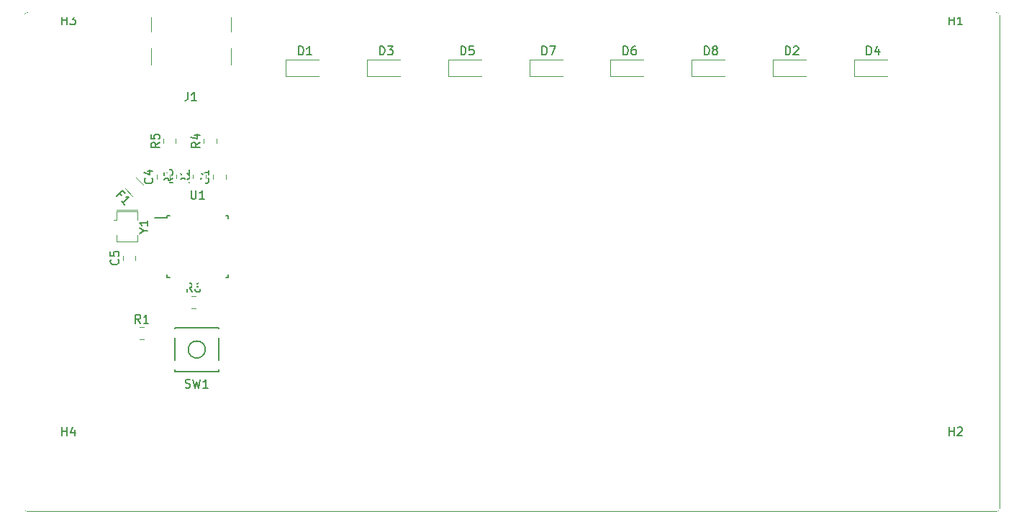
<source format=gto>
%TF.GenerationSoftware,KiCad,Pcbnew,(5.1.10-1-10_14)*%
%TF.CreationDate,2021-08-26T10:17:17+08:00*%
%TF.ProjectId,SMP v.2,534d5020-762e-4322-9e6b-696361645f70,rev?*%
%TF.SameCoordinates,Original*%
%TF.FileFunction,Legend,Top*%
%TF.FilePolarity,Positive*%
%FSLAX46Y46*%
G04 Gerber Fmt 4.6, Leading zero omitted, Abs format (unit mm)*
G04 Created by KiCad (PCBNEW (5.1.10-1-10_14)) date 2021-08-26 10:17:17*
%MOMM*%
%LPD*%
G01*
G04 APERTURE LIST*
%TA.AperFunction,Profile*%
%ADD10C,0.050000*%
%TD*%
%ADD11C,0.150000*%
%ADD12C,0.120000*%
%ADD13C,0.300000*%
%ADD14C,0.500000*%
%ADD15R,0.550000X1.600000*%
%ADD16R,1.600000X0.550000*%
%ADD17R,0.900000X1.200000*%
%ADD18C,1.750000*%
%ADD19C,3.987800*%
%ADD20C,6.400000*%
%ADD21R,1.900000X0.400000*%
%ADD22R,1.800000X1.100000*%
%ADD23O,1.000000X1.600000*%
%ADD24C,0.650000*%
%ADD25O,1.000000X2.100000*%
%ADD26R,0.300000X1.450000*%
%ADD27R,0.600000X1.450000*%
G04 APERTURE END LIST*
D10*
X156052520Y-83629500D02*
G75*
G02*
X155727400Y-83954620I-325120J0D01*
G01*
X155727400Y-25214580D02*
G75*
G02*
X156052520Y-25539700I0J-325120D01*
G01*
X41366440Y-25539700D02*
G75*
G02*
X41691560Y-25214580I325120J0D01*
G01*
X41689020Y-83957160D02*
G75*
G02*
X41363900Y-83632040I0J325120D01*
G01*
X41366440Y-25539700D02*
X41363900Y-83632040D01*
X155727400Y-25214580D02*
X41691560Y-25214580D01*
X156052520Y-83629500D02*
X156052520Y-25539700D01*
X41689020Y-83957160D02*
X155727400Y-83954620D01*
D11*
%TO.C,U1*%
X58097000Y-49355800D02*
X56672000Y-49355800D01*
X65347000Y-49130800D02*
X65022000Y-49130800D01*
X65347000Y-56380800D02*
X65022000Y-56380800D01*
X58097000Y-56380800D02*
X58422000Y-56380800D01*
X58097000Y-49130800D02*
X58422000Y-49130800D01*
X58097000Y-56380800D02*
X58097000Y-56055800D01*
X65347000Y-56380800D02*
X65347000Y-56055800D01*
X65347000Y-49130800D02*
X65347000Y-49455800D01*
X58097000Y-49130800D02*
X58097000Y-49355800D01*
D12*
%TO.C,D8*%
X119838350Y-30732220D02*
X119838350Y-32732220D01*
X119838350Y-32732220D02*
X123738350Y-32732220D01*
X119838350Y-30732220D02*
X123738350Y-30732220D01*
%TO.C,D7*%
X100742346Y-30732220D02*
X100742346Y-32732220D01*
X100742346Y-32732220D02*
X104642346Y-32732220D01*
X100742346Y-30732220D02*
X104642346Y-30732220D01*
%TO.C,D6*%
X110290348Y-30732220D02*
X110290348Y-32732220D01*
X110290348Y-32732220D02*
X114190348Y-32732220D01*
X110290348Y-30732220D02*
X114190348Y-30732220D01*
%TO.C,D5*%
X91194344Y-30732220D02*
X91194344Y-32732220D01*
X91194344Y-32732220D02*
X95094344Y-32732220D01*
X91194344Y-30732220D02*
X95094344Y-30732220D01*
%TO.C,D4*%
X138934360Y-30732220D02*
X138934360Y-32732220D01*
X138934360Y-32732220D02*
X142834360Y-32732220D01*
X138934360Y-30732220D02*
X142834360Y-30732220D01*
%TO.C,D3*%
X81646342Y-30732220D02*
X81646342Y-32732220D01*
X81646342Y-32732220D02*
X85546342Y-32732220D01*
X81646342Y-30732220D02*
X85546342Y-30732220D01*
%TO.C,D2*%
X129386352Y-30732220D02*
X129386352Y-32732220D01*
X129386352Y-32732220D02*
X133286352Y-32732220D01*
X129386352Y-30732220D02*
X133286352Y-30732220D01*
%TO.C,D1*%
X72098340Y-30732220D02*
X72098340Y-32732220D01*
X72098340Y-32732220D02*
X75998340Y-32732220D01*
X72098340Y-30732220D02*
X75998340Y-30732220D01*
%TO.C,Y1*%
X52216200Y-52219000D02*
X52216200Y-51419000D01*
X54616200Y-52219000D02*
X52616200Y-52219000D01*
X54616200Y-51419000D02*
X54616200Y-52219000D01*
X54616200Y-48619000D02*
X54616200Y-49619000D01*
X52616200Y-48619000D02*
X54616200Y-48619000D01*
X52216200Y-49619000D02*
X52216200Y-48619000D01*
X52216200Y-49619000D02*
X51816200Y-49619000D01*
X54616200Y-48419000D02*
X52616200Y-48419000D01*
X52616200Y-52219000D02*
X52216200Y-52219000D01*
X52616200Y-48619000D02*
X52216200Y-48619000D01*
X52616200Y-48419000D02*
X52216200Y-48419000D01*
D11*
%TO.C,SW1*%
X59020400Y-62297000D02*
X64220400Y-62297000D01*
X64220400Y-62297000D02*
X64220400Y-67497000D01*
X64220400Y-67497000D02*
X59020400Y-67497000D01*
X59020400Y-67497000D02*
X59020400Y-62297000D01*
X62620400Y-64897000D02*
G75*
G03*
X62620400Y-64897000I-1000000J0D01*
G01*
D12*
%TO.C,R6*%
X61014236Y-58574000D02*
X61468364Y-58574000D01*
X61014236Y-60044000D02*
X61468364Y-60044000D01*
%TO.C,R5*%
X57687540Y-40551464D02*
X57687540Y-40097336D01*
X59157540Y-40551464D02*
X59157540Y-40097336D01*
%TO.C,R4*%
X62444960Y-40551464D02*
X62444960Y-40097336D01*
X63914960Y-40551464D02*
X63914960Y-40097336D01*
%TO.C,R3*%
X59234400Y-44751364D02*
X59234400Y-44297236D01*
X60704400Y-44751364D02*
X60704400Y-44297236D01*
%TO.C,R2*%
X61190200Y-44751364D02*
X61190200Y-44297236D01*
X62660200Y-44751364D02*
X62660200Y-44297236D01*
%TO.C,R1*%
X54925856Y-62259540D02*
X55379984Y-62259540D01*
X54925856Y-63729540D02*
X55379984Y-63729540D01*
%TO.C,J1*%
X65612400Y-25589400D02*
X56212400Y-25589400D01*
X56212400Y-31389400D02*
X56212400Y-29389400D01*
X56212400Y-27489400D02*
X56212400Y-25589400D01*
X65612400Y-31389400D02*
X65612400Y-29389400D01*
X65612400Y-27489400D02*
X65612400Y-25589400D01*
%TO.C,F1*%
X54042387Y-46802542D02*
X53190940Y-45951095D01*
X55329322Y-45515607D02*
X54477875Y-44664160D01*
%TO.C,C5*%
X52940280Y-54386072D02*
X52940280Y-53863568D01*
X54410280Y-54386072D02*
X54410280Y-53863568D01*
%TO.C,C4*%
X56948400Y-44802652D02*
X56948400Y-44280148D01*
X58418400Y-44802652D02*
X58418400Y-44280148D01*
%TO.C,C1*%
X63552400Y-44802652D02*
X63552400Y-44280148D01*
X65022400Y-44802652D02*
X65022400Y-44280148D01*
%TD*%
%TO.C,U1*%
D11*
X60960095Y-46158180D02*
X60960095Y-46967704D01*
X61007714Y-47062942D01*
X61055333Y-47110561D01*
X61150571Y-47158180D01*
X61341047Y-47158180D01*
X61436285Y-47110561D01*
X61483904Y-47062942D01*
X61531523Y-46967704D01*
X61531523Y-46158180D01*
X62531523Y-47158180D02*
X61960095Y-47158180D01*
X62245809Y-47158180D02*
X62245809Y-46158180D01*
X62150571Y-46301038D01*
X62055333Y-46396276D01*
X61960095Y-46443895D01*
%TO.C,D8*%
X121350254Y-30184600D02*
X121350254Y-29184600D01*
X121588350Y-29184600D01*
X121731207Y-29232220D01*
X121826445Y-29327458D01*
X121874064Y-29422696D01*
X121921683Y-29613172D01*
X121921683Y-29756029D01*
X121874064Y-29946505D01*
X121826445Y-30041743D01*
X121731207Y-30136981D01*
X121588350Y-30184600D01*
X121350254Y-30184600D01*
X122493111Y-29613172D02*
X122397873Y-29565553D01*
X122350254Y-29517934D01*
X122302635Y-29422696D01*
X122302635Y-29375077D01*
X122350254Y-29279839D01*
X122397873Y-29232220D01*
X122493111Y-29184600D01*
X122683588Y-29184600D01*
X122778826Y-29232220D01*
X122826445Y-29279839D01*
X122874064Y-29375077D01*
X122874064Y-29422696D01*
X122826445Y-29517934D01*
X122778826Y-29565553D01*
X122683588Y-29613172D01*
X122493111Y-29613172D01*
X122397873Y-29660791D01*
X122350254Y-29708410D01*
X122302635Y-29803648D01*
X122302635Y-29994124D01*
X122350254Y-30089362D01*
X122397873Y-30136981D01*
X122493111Y-30184600D01*
X122683588Y-30184600D01*
X122778826Y-30136981D01*
X122826445Y-30089362D01*
X122874064Y-29994124D01*
X122874064Y-29803648D01*
X122826445Y-29708410D01*
X122778826Y-29660791D01*
X122683588Y-29613172D01*
%TO.C,D7*%
X102254250Y-30184600D02*
X102254250Y-29184600D01*
X102492346Y-29184600D01*
X102635203Y-29232220D01*
X102730441Y-29327458D01*
X102778060Y-29422696D01*
X102825679Y-29613172D01*
X102825679Y-29756029D01*
X102778060Y-29946505D01*
X102730441Y-30041743D01*
X102635203Y-30136981D01*
X102492346Y-30184600D01*
X102254250Y-30184600D01*
X103159012Y-29184600D02*
X103825679Y-29184600D01*
X103397107Y-30184600D01*
%TO.C,D6*%
X111802252Y-30184600D02*
X111802252Y-29184600D01*
X112040348Y-29184600D01*
X112183205Y-29232220D01*
X112278443Y-29327458D01*
X112326062Y-29422696D01*
X112373681Y-29613172D01*
X112373681Y-29756029D01*
X112326062Y-29946505D01*
X112278443Y-30041743D01*
X112183205Y-30136981D01*
X112040348Y-30184600D01*
X111802252Y-30184600D01*
X113230824Y-29184600D02*
X113040348Y-29184600D01*
X112945109Y-29232220D01*
X112897490Y-29279839D01*
X112802252Y-29422696D01*
X112754633Y-29613172D01*
X112754633Y-29994124D01*
X112802252Y-30089362D01*
X112849871Y-30136981D01*
X112945109Y-30184600D01*
X113135586Y-30184600D01*
X113230824Y-30136981D01*
X113278443Y-30089362D01*
X113326062Y-29994124D01*
X113326062Y-29756029D01*
X113278443Y-29660791D01*
X113230824Y-29613172D01*
X113135586Y-29565553D01*
X112945109Y-29565553D01*
X112849871Y-29613172D01*
X112802252Y-29660791D01*
X112754633Y-29756029D01*
%TO.C,D5*%
X92706248Y-30184600D02*
X92706248Y-29184600D01*
X92944344Y-29184600D01*
X93087201Y-29232220D01*
X93182439Y-29327458D01*
X93230058Y-29422696D01*
X93277677Y-29613172D01*
X93277677Y-29756029D01*
X93230058Y-29946505D01*
X93182439Y-30041743D01*
X93087201Y-30136981D01*
X92944344Y-30184600D01*
X92706248Y-30184600D01*
X94182439Y-29184600D02*
X93706248Y-29184600D01*
X93658629Y-29660791D01*
X93706248Y-29613172D01*
X93801486Y-29565553D01*
X94039582Y-29565553D01*
X94134820Y-29613172D01*
X94182439Y-29660791D01*
X94230058Y-29756029D01*
X94230058Y-29994124D01*
X94182439Y-30089362D01*
X94134820Y-30136981D01*
X94039582Y-30184600D01*
X93801486Y-30184600D01*
X93706248Y-30136981D01*
X93658629Y-30089362D01*
%TO.C,D4*%
X140446264Y-30184600D02*
X140446264Y-29184600D01*
X140684360Y-29184600D01*
X140827217Y-29232220D01*
X140922455Y-29327458D01*
X140970074Y-29422696D01*
X141017693Y-29613172D01*
X141017693Y-29756029D01*
X140970074Y-29946505D01*
X140922455Y-30041743D01*
X140827217Y-30136981D01*
X140684360Y-30184600D01*
X140446264Y-30184600D01*
X141874836Y-29517934D02*
X141874836Y-30184600D01*
X141636740Y-29136981D02*
X141398645Y-29851267D01*
X142017693Y-29851267D01*
%TO.C,D3*%
X83158246Y-30184600D02*
X83158246Y-29184600D01*
X83396342Y-29184600D01*
X83539199Y-29232220D01*
X83634437Y-29327458D01*
X83682056Y-29422696D01*
X83729675Y-29613172D01*
X83729675Y-29756029D01*
X83682056Y-29946505D01*
X83634437Y-30041743D01*
X83539199Y-30136981D01*
X83396342Y-30184600D01*
X83158246Y-30184600D01*
X84063008Y-29184600D02*
X84682056Y-29184600D01*
X84348722Y-29565553D01*
X84491580Y-29565553D01*
X84586818Y-29613172D01*
X84634437Y-29660791D01*
X84682056Y-29756029D01*
X84682056Y-29994124D01*
X84634437Y-30089362D01*
X84586818Y-30136981D01*
X84491580Y-30184600D01*
X84205865Y-30184600D01*
X84110627Y-30136981D01*
X84063008Y-30089362D01*
%TO.C,D2*%
X130898256Y-30184600D02*
X130898256Y-29184600D01*
X131136352Y-29184600D01*
X131279209Y-29232220D01*
X131374447Y-29327458D01*
X131422066Y-29422696D01*
X131469685Y-29613172D01*
X131469685Y-29756029D01*
X131422066Y-29946505D01*
X131374447Y-30041743D01*
X131279209Y-30136981D01*
X131136352Y-30184600D01*
X130898256Y-30184600D01*
X131850637Y-29279839D02*
X131898256Y-29232220D01*
X131993494Y-29184600D01*
X132231590Y-29184600D01*
X132326828Y-29232220D01*
X132374447Y-29279839D01*
X132422066Y-29375077D01*
X132422066Y-29470315D01*
X132374447Y-29613172D01*
X131803018Y-30184600D01*
X132422066Y-30184600D01*
%TO.C,D1*%
X73610244Y-30184600D02*
X73610244Y-29184600D01*
X73848340Y-29184600D01*
X73991197Y-29232220D01*
X74086435Y-29327458D01*
X74134054Y-29422696D01*
X74181673Y-29613172D01*
X74181673Y-29756029D01*
X74134054Y-29946505D01*
X74086435Y-30041743D01*
X73991197Y-30136981D01*
X73848340Y-30184600D01*
X73610244Y-30184600D01*
X75134054Y-30184600D02*
X74562625Y-30184600D01*
X74848340Y-30184600D02*
X74848340Y-29184600D01*
X74753101Y-29327458D01*
X74657863Y-29422696D01*
X74562625Y-29470315D01*
%TO.C,H4*%
X45766895Y-75043180D02*
X45766895Y-74043180D01*
X45766895Y-74519371D02*
X46338323Y-74519371D01*
X46338323Y-75043180D02*
X46338323Y-74043180D01*
X47243085Y-74376514D02*
X47243085Y-75043180D01*
X47004990Y-73995561D02*
X46766895Y-74709847D01*
X47385942Y-74709847D01*
%TO.C,H3*%
X45766895Y-26630780D02*
X45766895Y-25630780D01*
X45766895Y-26106971D02*
X46338323Y-26106971D01*
X46338323Y-26630780D02*
X46338323Y-25630780D01*
X46719276Y-25630780D02*
X47338323Y-25630780D01*
X47004990Y-26011733D01*
X47147847Y-26011733D01*
X47243085Y-26059352D01*
X47290704Y-26106971D01*
X47338323Y-26202209D01*
X47338323Y-26440304D01*
X47290704Y-26535542D01*
X47243085Y-26583161D01*
X47147847Y-26630780D01*
X46862133Y-26630780D01*
X46766895Y-26583161D01*
X46719276Y-26535542D01*
%TO.C,H2*%
X150139495Y-75043180D02*
X150139495Y-74043180D01*
X150139495Y-74519371D02*
X150710923Y-74519371D01*
X150710923Y-75043180D02*
X150710923Y-74043180D01*
X151139495Y-74138419D02*
X151187114Y-74090800D01*
X151282352Y-74043180D01*
X151520447Y-74043180D01*
X151615685Y-74090800D01*
X151663304Y-74138419D01*
X151710923Y-74233657D01*
X151710923Y-74328895D01*
X151663304Y-74471752D01*
X151091876Y-75043180D01*
X151710923Y-75043180D01*
%TO.C,H1*%
X150139495Y-26630780D02*
X150139495Y-25630780D01*
X150139495Y-26106971D02*
X150710923Y-26106971D01*
X150710923Y-26630780D02*
X150710923Y-25630780D01*
X151710923Y-26630780D02*
X151139495Y-26630780D01*
X151425209Y-26630780D02*
X151425209Y-25630780D01*
X151329971Y-25773638D01*
X151234733Y-25868876D01*
X151139495Y-25916495D01*
%TO.C,Y1*%
X55392390Y-50895190D02*
X55868580Y-50895190D01*
X54868580Y-51228523D02*
X55392390Y-50895190D01*
X54868580Y-50561857D01*
X55868580Y-49704714D02*
X55868580Y-50276142D01*
X55868580Y-49990428D02*
X54868580Y-49990428D01*
X55011438Y-50085666D01*
X55106676Y-50180904D01*
X55154295Y-50276142D01*
%TO.C,SW1*%
X60287066Y-69365761D02*
X60429923Y-69413380D01*
X60668019Y-69413380D01*
X60763257Y-69365761D01*
X60810876Y-69318142D01*
X60858495Y-69222904D01*
X60858495Y-69127666D01*
X60810876Y-69032428D01*
X60763257Y-68984809D01*
X60668019Y-68937190D01*
X60477542Y-68889571D01*
X60382304Y-68841952D01*
X60334685Y-68794333D01*
X60287066Y-68699095D01*
X60287066Y-68603857D01*
X60334685Y-68508619D01*
X60382304Y-68461000D01*
X60477542Y-68413380D01*
X60715638Y-68413380D01*
X60858495Y-68461000D01*
X61191828Y-68413380D02*
X61429923Y-69413380D01*
X61620400Y-68699095D01*
X61810876Y-69413380D01*
X62048971Y-68413380D01*
X62953733Y-69413380D02*
X62382304Y-69413380D01*
X62668019Y-69413380D02*
X62668019Y-68413380D01*
X62572780Y-68556238D01*
X62477542Y-68651476D01*
X62382304Y-68699095D01*
%TO.C,R6*%
X61074633Y-58111380D02*
X60741300Y-57635190D01*
X60503204Y-58111380D02*
X60503204Y-57111380D01*
X60884157Y-57111380D01*
X60979395Y-57159000D01*
X61027014Y-57206619D01*
X61074633Y-57301857D01*
X61074633Y-57444714D01*
X61027014Y-57539952D01*
X60979395Y-57587571D01*
X60884157Y-57635190D01*
X60503204Y-57635190D01*
X61931776Y-57111380D02*
X61741300Y-57111380D01*
X61646061Y-57159000D01*
X61598442Y-57206619D01*
X61503204Y-57349476D01*
X61455585Y-57539952D01*
X61455585Y-57920904D01*
X61503204Y-58016142D01*
X61550823Y-58063761D01*
X61646061Y-58111380D01*
X61836538Y-58111380D01*
X61931776Y-58063761D01*
X61979395Y-58016142D01*
X62027014Y-57920904D01*
X62027014Y-57682809D01*
X61979395Y-57587571D01*
X61931776Y-57539952D01*
X61836538Y-57492333D01*
X61646061Y-57492333D01*
X61550823Y-57539952D01*
X61503204Y-57587571D01*
X61455585Y-57682809D01*
%TO.C,R5*%
X57224920Y-40491066D02*
X56748730Y-40824400D01*
X57224920Y-41062495D02*
X56224920Y-41062495D01*
X56224920Y-40681542D01*
X56272540Y-40586304D01*
X56320159Y-40538685D01*
X56415397Y-40491066D01*
X56558254Y-40491066D01*
X56653492Y-40538685D01*
X56701111Y-40586304D01*
X56748730Y-40681542D01*
X56748730Y-41062495D01*
X56224920Y-39586304D02*
X56224920Y-40062495D01*
X56701111Y-40110114D01*
X56653492Y-40062495D01*
X56605873Y-39967257D01*
X56605873Y-39729161D01*
X56653492Y-39633923D01*
X56701111Y-39586304D01*
X56796349Y-39538685D01*
X57034444Y-39538685D01*
X57129682Y-39586304D01*
X57177301Y-39633923D01*
X57224920Y-39729161D01*
X57224920Y-39967257D01*
X57177301Y-40062495D01*
X57129682Y-40110114D01*
%TO.C,R4*%
X61982340Y-40491066D02*
X61506150Y-40824400D01*
X61982340Y-41062495D02*
X60982340Y-41062495D01*
X60982340Y-40681542D01*
X61029960Y-40586304D01*
X61077579Y-40538685D01*
X61172817Y-40491066D01*
X61315674Y-40491066D01*
X61410912Y-40538685D01*
X61458531Y-40586304D01*
X61506150Y-40681542D01*
X61506150Y-41062495D01*
X61315674Y-39633923D02*
X61982340Y-39633923D01*
X60934721Y-39872019D02*
X61649007Y-40110114D01*
X61649007Y-39491066D01*
%TO.C,R3*%
X58771780Y-44690966D02*
X58295590Y-45024300D01*
X58771780Y-45262395D02*
X57771780Y-45262395D01*
X57771780Y-44881442D01*
X57819400Y-44786204D01*
X57867019Y-44738585D01*
X57962257Y-44690966D01*
X58105114Y-44690966D01*
X58200352Y-44738585D01*
X58247971Y-44786204D01*
X58295590Y-44881442D01*
X58295590Y-45262395D01*
X57771780Y-44357633D02*
X57771780Y-43738585D01*
X58152733Y-44071919D01*
X58152733Y-43929061D01*
X58200352Y-43833823D01*
X58247971Y-43786204D01*
X58343209Y-43738585D01*
X58581304Y-43738585D01*
X58676542Y-43786204D01*
X58724161Y-43833823D01*
X58771780Y-43929061D01*
X58771780Y-44214776D01*
X58724161Y-44310014D01*
X58676542Y-44357633D01*
%TO.C,R2*%
X60727580Y-44690966D02*
X60251390Y-45024300D01*
X60727580Y-45262395D02*
X59727580Y-45262395D01*
X59727580Y-44881442D01*
X59775200Y-44786204D01*
X59822819Y-44738585D01*
X59918057Y-44690966D01*
X60060914Y-44690966D01*
X60156152Y-44738585D01*
X60203771Y-44786204D01*
X60251390Y-44881442D01*
X60251390Y-45262395D01*
X59822819Y-44310014D02*
X59775200Y-44262395D01*
X59727580Y-44167157D01*
X59727580Y-43929061D01*
X59775200Y-43833823D01*
X59822819Y-43786204D01*
X59918057Y-43738585D01*
X60013295Y-43738585D01*
X60156152Y-43786204D01*
X60727580Y-44357633D01*
X60727580Y-43738585D01*
%TO.C,R1*%
X54986253Y-61796920D02*
X54652920Y-61320730D01*
X54414824Y-61796920D02*
X54414824Y-60796920D01*
X54795777Y-60796920D01*
X54891015Y-60844540D01*
X54938634Y-60892159D01*
X54986253Y-60987397D01*
X54986253Y-61130254D01*
X54938634Y-61225492D01*
X54891015Y-61273111D01*
X54795777Y-61320730D01*
X54414824Y-61320730D01*
X55938634Y-61796920D02*
X55367205Y-61796920D01*
X55652920Y-61796920D02*
X55652920Y-60796920D01*
X55557681Y-60939778D01*
X55462443Y-61035016D01*
X55367205Y-61082635D01*
%TO.C,J1*%
X60579066Y-34586780D02*
X60579066Y-35301066D01*
X60531447Y-35443923D01*
X60436209Y-35539161D01*
X60293352Y-35586780D01*
X60198114Y-35586780D01*
X61579066Y-35586780D02*
X61007638Y-35586780D01*
X61293352Y-35586780D02*
X61293352Y-34586780D01*
X61198114Y-34729638D01*
X61102876Y-34824876D01*
X61007638Y-34872495D01*
%TO.C,F1*%
X52788002Y-46734075D02*
X52552300Y-46498372D01*
X52181910Y-46868762D02*
X52889017Y-46161655D01*
X53225735Y-46498372D01*
X53158391Y-47845242D02*
X52754330Y-47441181D01*
X52956361Y-47643212D02*
X53663467Y-46936105D01*
X53495109Y-46969777D01*
X53360422Y-46969777D01*
X53259406Y-46936105D01*
%TO.C,C5*%
X52352422Y-54291486D02*
X52400041Y-54339105D01*
X52447660Y-54481962D01*
X52447660Y-54577200D01*
X52400041Y-54720058D01*
X52304803Y-54815296D01*
X52209565Y-54862915D01*
X52019089Y-54910534D01*
X51876232Y-54910534D01*
X51685756Y-54862915D01*
X51590518Y-54815296D01*
X51495280Y-54720058D01*
X51447660Y-54577200D01*
X51447660Y-54481962D01*
X51495280Y-54339105D01*
X51542899Y-54291486D01*
X51447660Y-53386724D02*
X51447660Y-53862915D01*
X51923851Y-53910534D01*
X51876232Y-53862915D01*
X51828613Y-53767677D01*
X51828613Y-53529581D01*
X51876232Y-53434343D01*
X51923851Y-53386724D01*
X52019089Y-53339105D01*
X52257184Y-53339105D01*
X52352422Y-53386724D01*
X52400041Y-53434343D01*
X52447660Y-53529581D01*
X52447660Y-53767677D01*
X52400041Y-53862915D01*
X52352422Y-53910534D01*
%TO.C,C4*%
X56360542Y-44708066D02*
X56408161Y-44755685D01*
X56455780Y-44898542D01*
X56455780Y-44993780D01*
X56408161Y-45136638D01*
X56312923Y-45231876D01*
X56217685Y-45279495D01*
X56027209Y-45327114D01*
X55884352Y-45327114D01*
X55693876Y-45279495D01*
X55598638Y-45231876D01*
X55503400Y-45136638D01*
X55455780Y-44993780D01*
X55455780Y-44898542D01*
X55503400Y-44755685D01*
X55551019Y-44708066D01*
X55789114Y-43850923D02*
X56455780Y-43850923D01*
X55408161Y-44089019D02*
X56122447Y-44327114D01*
X56122447Y-43708066D01*
%TO.C,C1*%
X62964542Y-44708066D02*
X63012161Y-44755685D01*
X63059780Y-44898542D01*
X63059780Y-44993780D01*
X63012161Y-45136638D01*
X62916923Y-45231876D01*
X62821685Y-45279495D01*
X62631209Y-45327114D01*
X62488352Y-45327114D01*
X62297876Y-45279495D01*
X62202638Y-45231876D01*
X62107400Y-45136638D01*
X62059780Y-44993780D01*
X62059780Y-44898542D01*
X62107400Y-44755685D01*
X62155019Y-44708066D01*
X63059780Y-43755685D02*
X63059780Y-44327114D01*
X63059780Y-44041400D02*
X62059780Y-44041400D01*
X62202638Y-44136638D01*
X62297876Y-44231876D01*
X62345495Y-44327114D01*
%TD*%
%LPC*%
D13*
X52008151Y-74828482D02*
X52222437Y-74899911D01*
X52579580Y-74899911D01*
X52722437Y-74828482D01*
X52793865Y-74757054D01*
X52865294Y-74614197D01*
X52865294Y-74471340D01*
X52793865Y-74328482D01*
X52722437Y-74257054D01*
X52579580Y-74185625D01*
X52293865Y-74114197D01*
X52151008Y-74042768D01*
X52079580Y-73971340D01*
X52008151Y-73828482D01*
X52008151Y-73685625D01*
X52079580Y-73542768D01*
X52151008Y-73471340D01*
X52293865Y-73399911D01*
X52651008Y-73399911D01*
X52865294Y-73471340D01*
X53508151Y-74899911D02*
X53508151Y-73399911D01*
X54008151Y-74471340D01*
X54508151Y-73399911D01*
X54508151Y-74899911D01*
X55222437Y-74899911D02*
X55222437Y-73399911D01*
X55793865Y-73399911D01*
X55936722Y-73471340D01*
X56008151Y-73542768D01*
X56079580Y-73685625D01*
X56079580Y-73899911D01*
X56008151Y-74042768D01*
X55936722Y-74114197D01*
X55793865Y-74185625D01*
X55222437Y-74185625D01*
X57651008Y-73399911D02*
X58151008Y-74899911D01*
X58651008Y-73399911D01*
X59151008Y-74757054D02*
X59222437Y-74828482D01*
X59151008Y-74899911D01*
X59079580Y-74828482D01*
X59151008Y-74757054D01*
X59151008Y-74899911D01*
X59793865Y-73542768D02*
X59865294Y-73471340D01*
X60008151Y-73399911D01*
X60365294Y-73399911D01*
X60508151Y-73471340D01*
X60579580Y-73542768D01*
X60651008Y-73685625D01*
X60651008Y-73828482D01*
X60579580Y-74042768D01*
X59722437Y-74899911D01*
X60651008Y-74899911D01*
D14*
X155778200Y-83677760D02*
X155778200Y-25488900D01*
X41641840Y-25488900D02*
X155778200Y-25488900D01*
X41640760Y-83677760D02*
X155778200Y-83677760D01*
X41640760Y-83677760D02*
X41641840Y-25488900D01*
D15*
%TO.C,U1*%
X58922000Y-48505800D03*
X59722000Y-48505800D03*
X60522000Y-48505800D03*
X61322000Y-48505800D03*
X62122000Y-48505800D03*
X62922000Y-48505800D03*
X63722000Y-48505800D03*
X64522000Y-48505800D03*
D16*
X65972000Y-49955800D03*
X65972000Y-50755800D03*
X65972000Y-51555800D03*
X65972000Y-52355800D03*
X65972000Y-53155800D03*
X65972000Y-53955800D03*
X65972000Y-54755800D03*
X65972000Y-55555800D03*
D15*
X64522000Y-57005800D03*
X63722000Y-57005800D03*
X62922000Y-57005800D03*
X62122000Y-57005800D03*
X61322000Y-57005800D03*
X60522000Y-57005800D03*
X59722000Y-57005800D03*
X58922000Y-57005800D03*
D16*
X57472000Y-55555800D03*
X57472000Y-54755800D03*
X57472000Y-53955800D03*
X57472000Y-53155800D03*
X57472000Y-52355800D03*
X57472000Y-51555800D03*
X57472000Y-50755800D03*
X57472000Y-49955800D03*
%TD*%
D17*
%TO.C,D8*%
X123738350Y-31732220D03*
X120438350Y-31732220D03*
%TD*%
%TO.C,D7*%
X104642346Y-31732220D03*
X101342346Y-31732220D03*
%TD*%
%TO.C,D6*%
X114190348Y-31732220D03*
X110890348Y-31732220D03*
%TD*%
%TO.C,D5*%
X95094344Y-31732220D03*
X91794344Y-31732220D03*
%TD*%
%TO.C,D4*%
X142834360Y-31732220D03*
X139534360Y-31732220D03*
%TD*%
%TO.C,D3*%
X85546342Y-31732220D03*
X82246342Y-31732220D03*
%TD*%
%TO.C,D2*%
X133286352Y-31732220D03*
X129986352Y-31732220D03*
%TD*%
%TO.C,D1*%
X75998340Y-31732220D03*
X72698340Y-31732220D03*
%TD*%
D18*
%TO.C,MX8*%
X141265900Y-64136300D03*
X131105900Y-64136300D03*
D19*
X136185900Y-64136300D03*
%TD*%
D20*
%TO.C,H4*%
X46528800Y-78790800D03*
%TD*%
%TO.C,H3*%
X46528800Y-30378400D03*
%TD*%
%TO.C,H2*%
X150901400Y-78790800D03*
%TD*%
%TO.C,H1*%
X150901400Y-30378400D03*
%TD*%
D21*
%TO.C,Y1*%
X53416200Y-51619000D03*
X53416200Y-50419000D03*
X53416200Y-49219000D03*
%TD*%
D22*
%TO.C,SW1*%
X64720400Y-66747000D03*
X58520400Y-63047000D03*
X64720400Y-63047000D03*
X58520400Y-66747000D03*
%TD*%
%TO.C,R6*%
G36*
G01*
X61641300Y-59759001D02*
X61641300Y-58858999D01*
G75*
G02*
X61891299Y-58609000I249999J0D01*
G01*
X62416301Y-58609000D01*
G75*
G02*
X62666300Y-58858999I0J-249999D01*
G01*
X62666300Y-59759001D01*
G75*
G02*
X62416301Y-60009000I-249999J0D01*
G01*
X61891299Y-60009000D01*
G75*
G02*
X61641300Y-59759001I0J249999D01*
G01*
G37*
G36*
G01*
X59816300Y-59759001D02*
X59816300Y-58858999D01*
G75*
G02*
X60066299Y-58609000I249999J0D01*
G01*
X60591301Y-58609000D01*
G75*
G02*
X60841300Y-58858999I0J-249999D01*
G01*
X60841300Y-59759001D01*
G75*
G02*
X60591301Y-60009000I-249999J0D01*
G01*
X60066299Y-60009000D01*
G75*
G02*
X59816300Y-59759001I0J249999D01*
G01*
G37*
%TD*%
%TO.C,R5*%
G36*
G01*
X58872541Y-39924400D02*
X57972539Y-39924400D01*
G75*
G02*
X57722540Y-39674401I0J249999D01*
G01*
X57722540Y-39149399D01*
G75*
G02*
X57972539Y-38899400I249999J0D01*
G01*
X58872541Y-38899400D01*
G75*
G02*
X59122540Y-39149399I0J-249999D01*
G01*
X59122540Y-39674401D01*
G75*
G02*
X58872541Y-39924400I-249999J0D01*
G01*
G37*
G36*
G01*
X58872541Y-41749400D02*
X57972539Y-41749400D01*
G75*
G02*
X57722540Y-41499401I0J249999D01*
G01*
X57722540Y-40974399D01*
G75*
G02*
X57972539Y-40724400I249999J0D01*
G01*
X58872541Y-40724400D01*
G75*
G02*
X59122540Y-40974399I0J-249999D01*
G01*
X59122540Y-41499401D01*
G75*
G02*
X58872541Y-41749400I-249999J0D01*
G01*
G37*
%TD*%
%TO.C,R4*%
G36*
G01*
X63629961Y-39924400D02*
X62729959Y-39924400D01*
G75*
G02*
X62479960Y-39674401I0J249999D01*
G01*
X62479960Y-39149399D01*
G75*
G02*
X62729959Y-38899400I249999J0D01*
G01*
X63629961Y-38899400D01*
G75*
G02*
X63879960Y-39149399I0J-249999D01*
G01*
X63879960Y-39674401D01*
G75*
G02*
X63629961Y-39924400I-249999J0D01*
G01*
G37*
G36*
G01*
X63629961Y-41749400D02*
X62729959Y-41749400D01*
G75*
G02*
X62479960Y-41499401I0J249999D01*
G01*
X62479960Y-40974399D01*
G75*
G02*
X62729959Y-40724400I249999J0D01*
G01*
X63629961Y-40724400D01*
G75*
G02*
X63879960Y-40974399I0J-249999D01*
G01*
X63879960Y-41499401D01*
G75*
G02*
X63629961Y-41749400I-249999J0D01*
G01*
G37*
%TD*%
%TO.C,R3*%
G36*
G01*
X60419401Y-44124300D02*
X59519399Y-44124300D01*
G75*
G02*
X59269400Y-43874301I0J249999D01*
G01*
X59269400Y-43349299D01*
G75*
G02*
X59519399Y-43099300I249999J0D01*
G01*
X60419401Y-43099300D01*
G75*
G02*
X60669400Y-43349299I0J-249999D01*
G01*
X60669400Y-43874301D01*
G75*
G02*
X60419401Y-44124300I-249999J0D01*
G01*
G37*
G36*
G01*
X60419401Y-45949300D02*
X59519399Y-45949300D01*
G75*
G02*
X59269400Y-45699301I0J249999D01*
G01*
X59269400Y-45174299D01*
G75*
G02*
X59519399Y-44924300I249999J0D01*
G01*
X60419401Y-44924300D01*
G75*
G02*
X60669400Y-45174299I0J-249999D01*
G01*
X60669400Y-45699301D01*
G75*
G02*
X60419401Y-45949300I-249999J0D01*
G01*
G37*
%TD*%
%TO.C,R2*%
G36*
G01*
X62375201Y-44124300D02*
X61475199Y-44124300D01*
G75*
G02*
X61225200Y-43874301I0J249999D01*
G01*
X61225200Y-43349299D01*
G75*
G02*
X61475199Y-43099300I249999J0D01*
G01*
X62375201Y-43099300D01*
G75*
G02*
X62625200Y-43349299I0J-249999D01*
G01*
X62625200Y-43874301D01*
G75*
G02*
X62375201Y-44124300I-249999J0D01*
G01*
G37*
G36*
G01*
X62375201Y-45949300D02*
X61475199Y-45949300D01*
G75*
G02*
X61225200Y-45699301I0J249999D01*
G01*
X61225200Y-45174299D01*
G75*
G02*
X61475199Y-44924300I249999J0D01*
G01*
X62375201Y-44924300D01*
G75*
G02*
X62625200Y-45174299I0J-249999D01*
G01*
X62625200Y-45699301D01*
G75*
G02*
X62375201Y-45949300I-249999J0D01*
G01*
G37*
%TD*%
%TO.C,R1*%
G36*
G01*
X55552920Y-63444541D02*
X55552920Y-62544539D01*
G75*
G02*
X55802919Y-62294540I249999J0D01*
G01*
X56327921Y-62294540D01*
G75*
G02*
X56577920Y-62544539I0J-249999D01*
G01*
X56577920Y-63444541D01*
G75*
G02*
X56327921Y-63694540I-249999J0D01*
G01*
X55802919Y-63694540D01*
G75*
G02*
X55552920Y-63444541I0J249999D01*
G01*
G37*
G36*
G01*
X53727920Y-63444541D02*
X53727920Y-62544539D01*
G75*
G02*
X53977919Y-62294540I249999J0D01*
G01*
X54502921Y-62294540D01*
G75*
G02*
X54752920Y-62544539I0J-249999D01*
G01*
X54752920Y-63444541D01*
G75*
G02*
X54502921Y-63694540I-249999J0D01*
G01*
X53977919Y-63694540D01*
G75*
G02*
X53727920Y-63444541I0J249999D01*
G01*
G37*
%TD*%
D23*
%TO.C,J1*%
X56592400Y-28439400D03*
D24*
X58022400Y-32089400D03*
D23*
X65232400Y-28439400D03*
D24*
X63802400Y-32089400D03*
D25*
X65232400Y-32619400D03*
X56592400Y-32619400D03*
D26*
X61162400Y-33534400D03*
X59162400Y-33534400D03*
X59662400Y-33534400D03*
X60162400Y-33534400D03*
X60662400Y-33534400D03*
X61662400Y-33534400D03*
X62162400Y-33534400D03*
X62662400Y-33534400D03*
D27*
X57662400Y-33534400D03*
X58462400Y-33534400D03*
X63362400Y-33534400D03*
X64162400Y-33534400D03*
X64162400Y-33534400D03*
X63362400Y-33534400D03*
X58462400Y-33534400D03*
X57662400Y-33534400D03*
%TD*%
%TO.C,F1*%
G36*
G01*
X54154066Y-44743402D02*
X53270182Y-45627286D01*
G75*
G02*
X52916628Y-45627286I-176777J176777D01*
G01*
X52386298Y-45096956D01*
G75*
G02*
X52386298Y-44743402I176777J176777D01*
G01*
X53270182Y-43859518D01*
G75*
G02*
X53623736Y-43859518I176777J-176777D01*
G01*
X54154066Y-44389848D01*
G75*
G02*
X54154066Y-44743402I-176777J-176777D01*
G01*
G37*
G36*
G01*
X56133964Y-46723300D02*
X55250080Y-47607184D01*
G75*
G02*
X54896526Y-47607184I-176777J176777D01*
G01*
X54366196Y-47076854D01*
G75*
G02*
X54366196Y-46723300I176777J176777D01*
G01*
X55250080Y-45839416D01*
G75*
G02*
X55603634Y-45839416I176777J-176777D01*
G01*
X56133964Y-46369746D01*
G75*
G02*
X56133964Y-46723300I-176777J-176777D01*
G01*
G37*
%TD*%
%TO.C,C5*%
G36*
G01*
X54150280Y-53674820D02*
X53200280Y-53674820D01*
G75*
G02*
X52950280Y-53424820I0J250000D01*
G01*
X52950280Y-52924820D01*
G75*
G02*
X53200280Y-52674820I250000J0D01*
G01*
X54150280Y-52674820D01*
G75*
G02*
X54400280Y-52924820I0J-250000D01*
G01*
X54400280Y-53424820D01*
G75*
G02*
X54150280Y-53674820I-250000J0D01*
G01*
G37*
G36*
G01*
X54150280Y-55574820D02*
X53200280Y-55574820D01*
G75*
G02*
X52950280Y-55324820I0J250000D01*
G01*
X52950280Y-54824820D01*
G75*
G02*
X53200280Y-54574820I250000J0D01*
G01*
X54150280Y-54574820D01*
G75*
G02*
X54400280Y-54824820I0J-250000D01*
G01*
X54400280Y-55324820D01*
G75*
G02*
X54150280Y-55574820I-250000J0D01*
G01*
G37*
%TD*%
%TO.C,C4*%
G36*
G01*
X58158400Y-44091400D02*
X57208400Y-44091400D01*
G75*
G02*
X56958400Y-43841400I0J250000D01*
G01*
X56958400Y-43341400D01*
G75*
G02*
X57208400Y-43091400I250000J0D01*
G01*
X58158400Y-43091400D01*
G75*
G02*
X58408400Y-43341400I0J-250000D01*
G01*
X58408400Y-43841400D01*
G75*
G02*
X58158400Y-44091400I-250000J0D01*
G01*
G37*
G36*
G01*
X58158400Y-45991400D02*
X57208400Y-45991400D01*
G75*
G02*
X56958400Y-45741400I0J250000D01*
G01*
X56958400Y-45241400D01*
G75*
G02*
X57208400Y-44991400I250000J0D01*
G01*
X58158400Y-44991400D01*
G75*
G02*
X58408400Y-45241400I0J-250000D01*
G01*
X58408400Y-45741400D01*
G75*
G02*
X58158400Y-45991400I-250000J0D01*
G01*
G37*
%TD*%
%TO.C,C1*%
G36*
G01*
X64762400Y-44091400D02*
X63812400Y-44091400D01*
G75*
G02*
X63562400Y-43841400I0J250000D01*
G01*
X63562400Y-43341400D01*
G75*
G02*
X63812400Y-43091400I250000J0D01*
G01*
X64762400Y-43091400D01*
G75*
G02*
X65012400Y-43341400I0J-250000D01*
G01*
X65012400Y-43841400D01*
G75*
G02*
X64762400Y-44091400I-250000J0D01*
G01*
G37*
G36*
G01*
X64762400Y-45991400D02*
X63812400Y-45991400D01*
G75*
G02*
X63562400Y-45741400I0J250000D01*
G01*
X63562400Y-45241400D01*
G75*
G02*
X63812400Y-44991400I250000J0D01*
G01*
X64762400Y-44991400D01*
G75*
G02*
X65012400Y-45241400I0J-250000D01*
G01*
X65012400Y-45741400D01*
G75*
G02*
X64762400Y-45991400I-250000J0D01*
G01*
G37*
%TD*%
D18*
%TO.C,MX7*%
X122215900Y-64136300D03*
X112055900Y-64136300D03*
D19*
X117135900Y-64136300D03*
%TD*%
D18*
%TO.C,MX6*%
X103165900Y-64136300D03*
X93005900Y-64136300D03*
D19*
X98085900Y-64136300D03*
%TD*%
D18*
%TO.C,MX5*%
X84115900Y-64136300D03*
X73955900Y-64136300D03*
D19*
X79035900Y-64136300D03*
%TD*%
D18*
%TO.C,MX4*%
X141265900Y-45086300D03*
X131105900Y-45086300D03*
D19*
X136185900Y-45086300D03*
%TD*%
D18*
%TO.C,MX3*%
X122215900Y-45086300D03*
X112055900Y-45086300D03*
D19*
X117135900Y-45086300D03*
%TD*%
D18*
%TO.C,MX2*%
X103165900Y-45086300D03*
X93005900Y-45086300D03*
D19*
X98085900Y-45086300D03*
%TD*%
D18*
%TO.C,MX1*%
X84115900Y-45086300D03*
X73955900Y-45086300D03*
D19*
X79035900Y-45086300D03*
%TD*%
M02*

</source>
